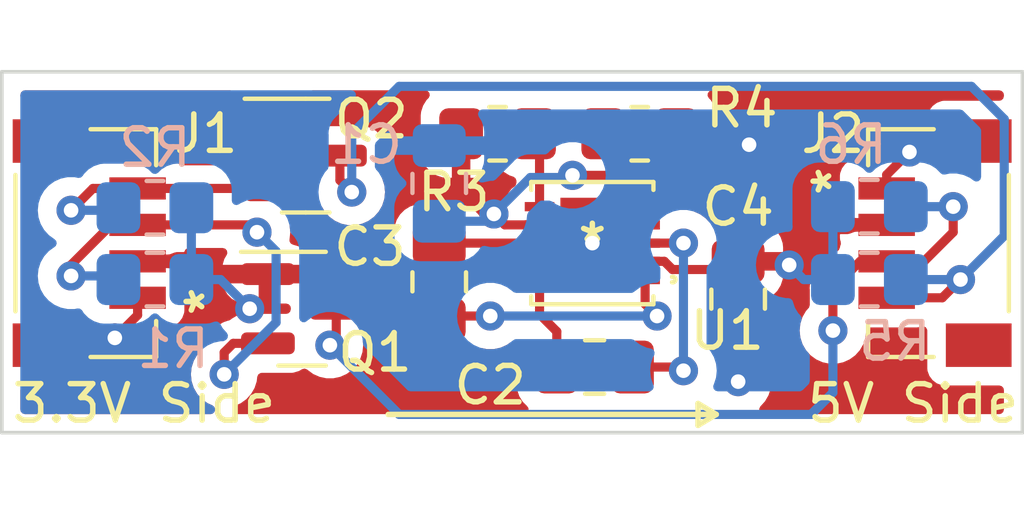
<source format=kicad_pcb>
(kicad_pcb (version 20211014) (generator pcbnew)
  (title_block (title "QWIIC 5V Shifter") (date "2023-01-31") (rev "1.0") (company "Gavin Hurlbut"))
  (layers (0 "F.Cu" signal) (31 "B.Cu" signal) (34 "B.Paste" user) (35 "F.Paste" user) (36 "B.SilkS" user "B.Silkscreen") (37 "F.SilkS" user "F.Silkscreen") (38 "B.Mask" user) (39 "F.Mask" user) (44 "Edge.Cuts" user))
  (net 0 "")
  (net 1 "+3V3")
  (net 2 "GND")
  (net 3 "Net-(C2-Pad1)")
  (net 4 "Net-(C2-Pad2)")
  (net 5 "Net-(C3-Pad1)")
  (net 6 "Net-(C3-Pad2)")
  (net 7 "+5V")
  (net 8 "SDA3V")
  (net 9 "SCL3V")
  (net 10 "SDA5V")
  (net 11 "SCL5V")
  (net 12 "Net-(R3-Pad2)")
  (footprint "Capacitor_SMD:C_0805_2012Metric_Pad1.18x1.45mm_HandSolder" (layer "F.Cu") (at 140.2 85.2375 -90)
    (fp_text reference "C4" (at -2.5375 0 180) (layer "F.SilkS"))
    (fp_text value "10uF")
    (fp_line (start -0.261252 0.735) (end 0.261252 0.735) (layer "F.SilkS") (width 0.12))
    (fp_line (start -0.261252 -0.735) (end 0.261252 -0.735) (layer "F.SilkS") (width 0.12))
    (pad "1" smd roundrect (at -1.0375 0 270) (size 1.175 1.45) (layers "F.Cu" "F.Paste" "F.Mask") (roundrect_rratio 0.2127659574) (net 7 "+5V"))
    (pad "2" smd roundrect (at 1.0375 0 270) (size 1.175 1.45) (layers "F.Cu" "F.Paste" "F.Mask") (roundrect_rratio 0.2127659574) (net 2 "GND"))
  )
  (footprint "Package_TO_SOT_SMD:SOT-23" (layer "F.Cu") (at 128.2375 85.5)
    (fp_text reference "Q1" (at 2 1.2) (layer "F.SilkS"))
    (fp_text value "2N7002")
    (fp_line (start 0 1.56) (end -0.65 1.56) (layer "F.SilkS") (width 0.12))
    (fp_line (start 0 1.56) (end 0.65 1.56) (layer "F.SilkS") (width 0.12))
    (fp_line (start 0 -1.56) (end 0.65 -1.56) (layer "F.SilkS") (width 0.12))
    (fp_line (start 0 -1.56) (end -1.675 -1.56) (layer "F.SilkS") (width 0.12))
    (pad "1" smd roundrect (at -0.9375 -0.95) (size 1.475 0.6) (layers "F.Cu" "F.Paste" "F.Mask") (net 1 "+3V3"))
    (pad "2" smd roundrect (at -0.9375 0.95) (size 1.475 0.6) (layers "F.Cu" "F.Paste" "F.Mask") (net 8 "SDA3V"))
    (pad "3" smd roundrect (at 0.9375 0) (size 1.475 0.6) (layers "F.Cu" "F.Paste" "F.Mask") (net 10 "SDA5V"))
  )
  (footprint "Package_TO_SOT_SMD:SOT-23" (layer "F.Cu") (at 128.3375 81.3)
    (fp_text reference "Q2" (at 1.8 -1) (layer "F.SilkS"))
    (fp_text value "2N7002")
    (fp_line (start 0 -1.56) (end 0.65 -1.56) (layer "F.SilkS") (width 0.12))
    (fp_line (start 0 -1.56) (end -1.675 -1.56) (layer "F.SilkS") (width 0.12))
    (fp_line (start 0 1.56) (end 0.65 1.56) (layer "F.SilkS") (width 0.12))
    (fp_line (start 0 1.56) (end -0.65 1.56) (layer "F.SilkS") (width 0.12))
    (pad "1" smd roundrect (at -0.9375 -0.95) (size 1.475 0.6) (layers "F.Cu" "F.Paste" "F.Mask") (net 1 "+3V3"))
    (pad "2" smd roundrect (at -0.9375 0.95) (size 1.475 0.6) (layers "F.Cu" "F.Paste" "F.Mask") (net 9 "SCL3V"))
    (pad "3" smd roundrect (at 0.9375 0) (size 1.475 0.6) (layers "F.Cu" "F.Paste" "F.Mask") (net 11 "SCL5V"))
  )
  (footprint "Capacitor_SMD:C_0805_2012Metric_Pad1.18x1.45mm_HandSolder" (layer "F.Cu") (at 136.2625 87.1)
    (fp_text reference "C2" (at -2.8625 0.5) (layer "F.SilkS"))
    (fp_text value "2.2uF")
    (fp_line (start -0.261252 -0.735) (end 0.261252 -0.735) (layer "F.SilkS") (width 0.12))
    (fp_line (start -0.261252 0.735) (end 0.261252 0.735) (layer "F.SilkS") (width 0.12))
    (pad "1" smd roundrect (at -1.0375 0) (size 1.175 1.45) (layers "F.Cu" "F.Paste" "F.Mask") (roundrect_rratio 0.2127659574) (net 3 "Net-(C2-Pad1)"))
    (pad "2" smd roundrect (at 1.0375 0) (size 1.175 1.45) (layers "F.Cu" "F.Paste" "F.Mask") (roundrect_rratio 0.2127659574) (net 4 "Net-(C2-Pad2)"))
  )
  (footprint "Beirdo:QWIIC Connector" (layer "F.Cu") (at 145.696601 83.699999 -90)
    (fp_text reference "J2" (at -2.999999 2.896601 180) (layer "F.SilkS"))
    (fp_text value "QWIIC Connector")
    (fp_text user "*" (at -1.699999 2.896601 90) (layer "F.SilkS"))
    (fp_line (start 1.870359 -1.9304) (end -1.870359 -1.9304) (layer "F.SilkS") (width 0.12))
    (fp_line (start 2.13754 1.9304) (end 3.1242 1.9304) (layer "F.SilkS") (width 0.12))
    (fp_line (start 3.1242 1.9304) (end 3.1242 0.131041) (layer "F.SilkS") (width 0.12))
    (fp_line (start -3.1242 1.9304) (end -2.13754 1.9304) (layer "F.SilkS") (width 0.12))
    (fp_line (start -3.1242 0.131041) (end -3.1242 1.9304) (layer "F.SilkS") (width 0.12))
    (pad "1" smd rect (at -1.5 1.4216 270) (size 0.6096 1.5494) (layers "F.Cu" "F.Paste" "F.Mask") (net 2 "GND"))
    (pad "2" smd rect (at -0.499999 1.4216 270) (size 0.6096 1.5494) (layers "F.Cu" "F.Paste" "F.Mask") (net 7 "+5V"))
    (pad "3" smd rect (at 0.499999 1.4216 270) (size 0.6096 1.5494) (layers "F.Cu" "F.Paste" "F.Mask") (net 10 "SDA5V"))
    (pad "4" smd rect (at 1.5 1.4216 270) (size 0.6096 1.5494) (layers "F.Cu" "F.Paste" "F.Mask") (net 11 "SCL5V"))
    (pad "5" smd rect (at -2.799999 -1.103399 270) (size 1.1938 1.8034) (layers "F.Cu" "F.Paste" "F.Mask"))
    (pad "6" smd rect (at 2.799999 -1.103399 270) (size 1.1938 1.8034) (layers "F.Cu" "F.Paste" "F.Mask"))
  )
  (footprint "Beirdo:QWIIC Connector" (layer "F.Cu") (at 122.303399 83.699999 90)
    (fp_text reference "J1" (at 2.999999 3.296601 180) (layer "F.SilkS"))
    (fp_text value "QWIIC Connector")
    (fp_text user "*" (at -1.600001 3.296601 90) (layer "F.SilkS"))
    (fp_line (start 2.13754 1.9304) (end 3.1242 1.9304) (layer "F.SilkS") (width 0.12))
    (fp_line (start 3.1242 1.9304) (end 3.1242 0.131041) (layer "F.SilkS") (width 0.12))
    (fp_line (start 1.870359 -1.9304) (end -1.870359 -1.9304) (layer "F.SilkS") (width 0.12))
    (fp_line (start -3.1242 1.9304) (end -2.13754 1.9304) (layer "F.SilkS") (width 0.12))
    (fp_line (start -3.1242 0.131041) (end -3.1242 1.9304) (layer "F.SilkS") (width 0.12))
    (pad "1" smd rect (at -1.5 1.4216 90) (size 0.6096 1.5494) (layers "F.Cu" "F.Paste" "F.Mask") (net 2 "GND"))
    (pad "2" smd rect (at -0.499999 1.4216 90) (size 0.6096 1.5494) (layers "F.Cu" "F.Paste" "F.Mask") (net 1 "+3V3"))
    (pad "3" smd rect (at 0.499999 1.4216 90) (size 0.6096 1.5494) (layers "F.Cu" "F.Paste" "F.Mask") (net 8 "SDA3V"))
    (pad "4" smd rect (at 1.5 1.4216 90) (size 0.6096 1.5494) (layers "F.Cu" "F.Paste" "F.Mask") (net 9 "SCL3V"))
    (pad "5" smd rect (at -2.799999 -1.103399 90) (size 1.1938 1.8034) (layers "F.Cu" "F.Paste" "F.Mask"))
    (pad "6" smd rect (at 2.799999 -1.103399 90) (size 1.1938 1.8034) (layers "F.Cu" "F.Paste" "F.Mask"))
  )
  (footprint "Capacitor_SMD:C_0805_2012Metric_Pad1.18x1.45mm_HandSolder" (layer "F.Cu") (at 132 84.7625 90)
    (fp_text reference "C3" (at 0.9625 -1.9 180) (layer "F.SilkS"))
    (fp_text value "2.2uF")
    (fp_line (start -0.261252 -0.735) (end 0.261252 -0.735) (layer "F.SilkS") (width 0.12))
    (fp_line (start -0.261252 0.735) (end 0.261252 0.735) (layer "F.SilkS") (width 0.12))
    (pad "1" smd roundrect (at -1.0375 0 90) (size 1.175 1.45) (layers "F.Cu" "F.Paste" "F.Mask") (roundrect_rratio 0.2127659574) (net 5 "Net-(C3-Pad1)"))
    (pad "2" smd roundrect (at 1.0375 0 90) (size 1.175 1.45) (layers "F.Cu" "F.Paste" "F.Mask") (roundrect_rratio 0.2127659574) (net 6 "Net-(C3-Pad2)"))
  )
  (footprint "Resistor_SMD:R_0805_2012Metric_Pad1.20x1.40mm_HandSolder" (layer "F.Cu") (at 133.6 80.7)
    (fp_text reference "R3" (at -1.2 1.6) (layer "F.SilkS"))
    (fp_text value "357k 1%")
    (fp_line (start -0.227064 0.735) (end 0.227064 0.735) (layer "F.SilkS") (width 0.12))
    (fp_line (start -0.227064 -0.735) (end 0.227064 -0.735) (layer "F.SilkS") (width 0.12))
    (pad "1" smd roundrect (at -1 0) (size 1.2 1.4) (layers "F.Cu" "F.Paste" "F.Mask") (roundrect_rratio 0.2083333333) (net 1 "+3V3"))
    (pad "2" smd roundrect (at 1 0) (size 1.2 1.4) (layers "F.Cu" "F.Paste" "F.Mask") (roundrect_rratio 0.2083333333) (net 12 "Net-(R3-Pad2)"))
  )
  (footprint "Resistor_SMD:R_0805_2012Metric_Pad1.20x1.40mm_HandSolder" (layer "F.Cu") (at 137.5 80.7 180)
    (fp_text reference "R4" (at -2.8 0.7) (layer "F.SilkS"))
    (fp_text value "100k 1%")
    (fp_line (start -0.227064 -0.735) (end 0.227064 -0.735) (layer "F.SilkS") (width 0.12))
    (fp_line (start -0.227064 0.735) (end 0.227064 0.735) (layer "F.SilkS") (width 0.12))
    (pad "1" smd roundrect (at -1 0 180) (size 1.2 1.4) (layers "F.Cu" "F.Paste" "F.Mask") (roundrect_rratio 0.2083333333) (net 2 "GND"))
    (pad "2" smd roundrect (at 1 0 180) (size 1.2 1.4) (layers "F.Cu" "F.Paste" "F.Mask") (roundrect_rratio 0.2083333333) (net 12 "Net-(R3-Pad2)"))
  )
  (footprint "UltraLibrarian:LTC3203BEDD-PBF" (layer "F.Cu") (at 136.2 83.7 180)
    (fp_text reference "U1" (at -3.7 -2.4) (layer "F.SilkS"))
    (fp_text value "LTC3203BEDD-PBF")
    (fp_text user "*" (at 0 0) (layer "F.SilkS"))
    (fp_line (start -1.6764 -1.6764) (end -1.6764 -1.459741) (layer "F.SilkS") (width 0.12))
    (fp_line (start 1.6764 -1.459741) (end 1.6764 -1.6764) (layer "F.SilkS") (width 0.12))
    (fp_line (start -1.6764 1.459741) (end -1.6764 1.6764) (layer "F.SilkS") (width 0.12))
    (fp_line (start 1.6764 -1.6764) (end -1.6764 -1.6764) (layer "F.SilkS") (width 0.12))
    (fp_line (start 1.6764 1.6764) (end 1.6764 1.459741) (layer "F.SilkS") (width 0.12))
    (fp_line (start -1.6764 1.6764) (end 1.6764 1.6764) (layer "F.SilkS") (width 0.12))
    (fp_arc (start -2.18694 -0.926171) (mid -2.282 -1) (end -2.18694 -1.073829) (layer "F.SilkS") (width 0.12))
    (pad "1" smd rect locked (at -1.4478 -1.000001 180) (size 0.8128 0.254) (layers "F.Cu" "F.Paste" "F.Mask") (net 5 "Net-(C3-Pad1)"))
    (pad "2" smd rect locked (at -1.4478 -0.499999 180) (size 0.8128 0.254) (layers "F.Cu" "F.Paste" "F.Mask") (net 7 "+5V"))
    (pad "3" smd rect locked (at -1.4478 0 180) (size 0.8128 0.254) (layers "F.Cu" "F.Paste" "F.Mask") (net 4 "Net-(C2-Pad2)"))
    (pad "4" smd rect locked (at -1.4478 0.499999 180) (size 0.8128 0.254) (layers "F.Cu" "F.Paste" "F.Mask") (net 1 "+3V3"))
    (pad "5" smd rect locked (at -1.4478 1.000001 180) (size 0.8128 0.254) (layers "F.Cu" "F.Paste" "F.Mask") (net 1 "+3V3"))
    (pad "6" smd rect locked (at 1.4478 1.000001 180) (size 0.8128 0.254) (layers "F.Cu" "F.Paste" "F.Mask") (net 12 "Net-(R3-Pad2)"))
    (pad "7" smd rect locked (at 1.4478 0.499999 180) (size 0.8128 0.254) (layers "F.Cu" "F.Paste" "F.Mask") (net 1 "+3V3"))
    (pad "8" smd rect locked (at 1.4478 0 180) (size 0.8128 0.254) (layers "F.Cu" "F.Paste" "F.Mask") (net 6 "Net-(C3-Pad2)"))
    (pad "9" smd rect locked (at 1.4478 -0.499999 180) (size 0.8128 0.254) (layers "F.Cu" "F.Paste" "F.Mask") (net 2 "GND"))
    (pad "10" smd rect locked (at 1.4478 -1.000001 180) (size 0.8128 0.254) (layers "F.Cu" "F.Paste" "F.Mask") (net 3 "Net-(C2-Pad1)"))
    (pad "11" smd rect locked (at 0 0 180) (size 1.7526 2.4892) (layers "F.Cu" "F.Paste" "F.Mask") (net 2 "GND"))
  )
  (footprint "Capacitor_SMD:C_0805_2012Metric_Pad1.18x1.45mm_HandSolder" (layer "B.Cu") (at 132 82.0625 90)
    (fp_text reference "C1" (at 1.0625 -2) (layer "B.SilkS") (effects (justify mirror)))
    (fp_text value "2.2uF")
    (fp_line (start -0.261252 0.735) (end 0.261252 0.735) (layer "B.SilkS") (width 0.12))
    (fp_line (start -0.261252 -0.735) (end 0.261252 -0.735) (layer "B.SilkS") (width 0.12))
    (pad "1" smd roundrect (at -1.0375 0 90) (size 1.175 1.45) (layers "B.Cu" "B.Paste" "B.Mask") (roundrect_rratio 0.2127659574) (net 1 "+3V3"))
    (pad "2" smd roundrect (at 1.0375 0 90) (size 1.175 1.45) (layers "B.Cu" "B.Paste" "B.Mask") (roundrect_rratio 0.2127659574) (net 2 "GND"))
  )
  (footprint "Resistor_SMD:R_0805_2012Metric_Pad1.20x1.40mm_HandSolder" (layer "B.Cu") (at 124.2 82.73 180)
    (fp_text reference "R2" (at 0 1.65) (layer "B.SilkS") (effects (justify mirror)))
    (fp_text value "10k")
    (fp_line (start -0.227064 -0.735) (end 0.227064 -0.735) (layer "B.SilkS") (width 0.12))
    (fp_line (start -0.227064 0.735) (end 0.227064 0.735) (layer "B.SilkS") (width 0.12))
    (pad "1" smd roundrect (at -1 0 180) (size 1.2 1.4) (layers "B.Cu" "B.Paste" "B.Mask") (roundrect_rratio 0.2083333333) (net 1 "+3V3"))
    (pad "2" smd roundrect (at 1 0 180) (size 1.2 1.4) (layers "B.Cu" "B.Paste" "B.Mask") (roundrect_rratio 0.2083333333) (net 9 "SCL3V"))
  )
  (footprint "Resistor_SMD:R_0805_2012Metric_Pad1.20x1.40mm_HandSolder" (layer "B.Cu") (at 124.2 84.7 180)
    (fp_text reference "R1" (at -0.5 -1.9) (layer "B.SilkS") (effects (justify mirror)))
    (fp_text value "10k")
    (fp_line (start -0.227064 0.735) (end 0.227064 0.735) (layer "B.SilkS") (width 0.12))
    (fp_line (start -0.227064 -0.735) (end 0.227064 -0.735) (layer "B.SilkS") (width 0.12))
    (pad "1" smd roundrect (at -1 0 180) (size 1.2 1.4) (layers "B.Cu" "B.Paste" "B.Mask") (roundrect_rratio 0.2083333333) (net 1 "+3V3"))
    (pad "2" smd roundrect (at 1 0 180) (size 1.2 1.4) (layers "B.Cu" "B.Paste" "B.Mask") (roundrect_rratio 0.2083333333) (net 8 "SDA3V"))
  )
  (footprint "Resistor_SMD:R_0805_2012Metric_Pad1.20x1.40mm_HandSolder" (layer "B.Cu") (at 143.8 82.7)
    (fp_text reference "R6" (at -0.5 -1.7) (layer "B.SilkS") (effects (justify mirror)))
    (fp_text value "10k")
    (fp_line (start -0.227064 0.735) (end 0.227064 0.735) (layer "B.SilkS") (width 0.12))
    (fp_line (start -0.227064 -0.735) (end 0.227064 -0.735) (layer "B.SilkS") (width 0.12))
    (pad "1" smd roundrect (at -1 0) (size 1.2 1.4) (layers "B.Cu" "B.Paste" "B.Mask") (roundrect_rratio 0.2083333333) (net 7 "+5V"))
    (pad "2" smd roundrect (at 1 0) (size 1.2 1.4) (layers "B.Cu" "B.Paste" "B.Mask") (roundrect_rratio 0.2083333333) (net 10 "SDA5V"))
  )
  (footprint "Resistor_SMD:R_0805_2012Metric_Pad1.20x1.40mm_HandSolder" (layer "B.Cu") (at 143.8 84.7)
    (fp_text reference "R5" (at 0.7 1.7) (layer "B.SilkS") (effects (justify mirror)))
    (fp_text value "10k")
    (fp_line (start -0.227064 -0.735) (end 0.227064 -0.735) (layer "B.SilkS") (width 0.12))
    (fp_line (start -0.227064 0.735) (end 0.227064 0.735) (layer "B.SilkS") (width 0.12))
    (pad "1" smd roundrect (at -1 0) (size 1.2 1.4) (layers "B.Cu" "B.Paste" "B.Mask") (roundrect_rratio 0.2083333333) (net 7 "+5V"))
    (pad "2" smd roundrect (at 1 0) (size 1.2 1.4) (layers "B.Cu" "B.Paste" "B.Mask") (roundrect_rratio 0.2083333333) (net 11 "SCL5V"))
  )
  (gr_line (start 130.6 88.4) (end 139.6 88.4) (layer "F.SilkS") (width 0.15))
  (gr_line (start 139.1 88.7) (end 139.6 88.4) (layer "F.SilkS") (width 0.15))
  (gr_line (start 139.1 88.1) (end 139.1 88.7) (layer "F.SilkS") (width 0.15))
  (gr_line (start 139.6 88.4) (end 139.1 88.1) (layer "F.SilkS") (width 0.15))
  (gr_line (start 148 88.9) (end 148 79) (layer "Edge.Cuts") (width 0.1))
  (gr_line (start 120 79) (end 120 88.9) (layer "Edge.Cuts") (width 0.1))
  (gr_line (start 148 79) (end 120 79) (layer "Edge.Cuts") (width 0.1))
  (gr_line (start 120 88.9) (end 148 88.9) (layer "Edge.Cuts") (width 0.1))
  (gr_text "3.3V Side" (at 123.9 88.1) (layer "F.SilkS") (effects (font (size 1 1))))
  (gr_text "5V Side" (at 145 88.1) (layer "F.SilkS") (effects (font (size 1 1))))
  (segment (start 137.6478 82.2478) (end 137.6478 82.699999) (width 0.25) (layer "F.Cu") (net 1))
  (segment (start 137.6478 83.200001) (end 137.6478 82.699999) (width 0.25) (layer "F.Cu") (net 1))
  (segment locked (start 134.7522 83.200001) (end 133.800001 83.200001) (width 0.25) (layer "F.Cu") (net 1))
  (segment (start 135.655924 81.841043) (end 137.241043 81.841043) (width 0.25) (layer "F.Cu") (net 1))
  (segment (start 137.241043 81.841043) (end 137.6478 82.2478) (width 0.25) (layer "F.Cu") (net 1))
  (segment locked (start 133.800001 83.200001) (end 133.5 82.9) (width 0.25) (layer "F.Cu") (net 1))
  (via (at 135.655924 81.841043) (size 0.8) (drill 0.4) (layers "F.Cu" "B.Cu") (net 1))
  (via (at 126.8 85.5) (size 0.8) (drill 0.4) (layers "F.Cu" "B.Cu") (net 1))
  (via (at 133.5 82.9) (size 0.8) (drill 0.4) (layers "F.Cu" "B.Cu") (net 1))
  (segment (start 133.3 83.1) (end 133.5 82.9) (width 0.25) (layer "B.Cu") (net 1))
  (segment (start 126 84.7) (end 126.8 85.5) (width 0.25) (layer "B.Cu") (net 1))
  (segment (start 132 83.1) (end 133.3 83.1) (width 0.25) (layer "B.Cu") (net 1))
  (segment (start 125.2 84.7) (end 126 84.7) (width 0.25) (layer "B.Cu") (net 1))
  (segment (start 135.655924 81.841043) (end 135.596967 81.9) (width 0.25) (layer "B.Cu") (net 1))
  (segment (start 134.5 81.9) (end 133.5 82.9) (width 0.25) (layer "B.Cu") (net 1))
  (segment (start 135.596967 81.9) (end 134.5 81.9) (width 0.25) (layer "B.Cu") (net 1))
  (segment (start 125.2 82.73) (end 125.2 84.7) (width 0.25) (layer "B.Cu") (net 1))
  (segment (start 140.2 87.5) (end 140.2 86.275) (width 0.25) (layer "F.Cu") (net 2))
  (segment (start 123.724999 85.675001) (end 123.1 86.3) (width 0.25) (layer "F.Cu") (net 2))
  (segment (start 135.700001 84.199999) (end 136.2 83.7) (width 0.25) (layer "F.Cu") (net 2))
  (segment (start 140.2 80.7) (end 138.5 80.7) (width 0.25) (layer "F.Cu") (net 2))
  (segment (start 123.724999 85.199999) (end 123.724999 85.675001) (width 0.25) (layer "F.Cu") (net 2))
  (segment (start 144.275001 81.824999) (end 144.9 81.2) (width 0.25) (layer "F.Cu") (net 2))
  (segment (start 140.5 81) (end 140.2 80.7) (width 0.25) (layer "F.Cu") (net 2))
  (segment (start 144.275001 82.199999) (end 144.275001 81.824999) (width 0.25) (layer "F.Cu") (net 2))
  (segment (start 134.7522 84.199999) (end 135.700001 84.199999) (width 0.25) (layer "F.Cu") (net 2))
  (via (at 144.9 81.2) (size 0.8) (drill 0.4) (layers "F.Cu" "B.Cu") (net 2))
  (via (at 123.1 86.3) (size 0.8) (drill 0.4) (layers "F.Cu" "B.Cu") (net 2))
  (via (at 140.2 87.5) (size 0.8) (drill 0.4) (layers "F.Cu" "B.Cu") (net 2))
  (via (at 136.2 83.7) (size 0.8) (drill 0.4) (layers "F.Cu" "B.Cu") (net 2))
  (via (at 140.5 81) (size 0.8) (drill 0.4) (layers "F.Cu" "B.Cu") (net 2))
  (segment (start 135.225 86.125) (end 135.225 87.1) (width 0.25) (layer "F.Cu") (net 3))
  (segment (start 134.7522 84.700001) (end 134.7522 85.6522) (width 0.25) (layer "F.Cu") (net 3))
  (segment (start 134.7522 85.6522) (end 135.225 86.125) (width 0.25) (layer "F.Cu") (net 3))
  (segment (start 137.6478 83.7) (end 138.7 83.7) (width 0.25) (layer "F.Cu") (net 4))
  (segment (start 137.3 87.1) (end 138.6 87.1) (width 0.25) (layer "F.Cu") (net 4))
  (segment (start 138.6 87.1) (end 138.7 87.2) (width 0.25) (layer "F.Cu") (net 4))
  (via (at 138.7 87.2) (size 0.8) (drill 0.4) (layers "F.Cu" "B.Cu") (net 4))
  (via (at 138.7 83.7) (size 0.8) (drill 0.4) (layers "F.Cu" "B.Cu") (net 4))
  (segment (start 138.7 83.7) (end 138.7 87.2) (width 0.25) (layer "B.Cu") (net 4))
  (segment (start 137.6478 85.3723) (end 137.9755 85.7) (width 0.25) (layer "F.Cu") (net 5))
  (segment (start 133.4 85.7) (end 132.1 85.7) (width 0.25) (layer "F.Cu") (net 5))
  (segment (start 132.1 85.7) (end 132 85.8) (width 0.25) (layer "F.Cu") (net 5))
  (segment (start 137.6478 84.700001) (end 137.6478 85.3723) (width 0.25) (layer "F.Cu") (net 5))
  (via (at 137.9755 85.7) (size 0.8) (drill 0.4) (layers "F.Cu" "B.Cu") (net 5))
  (via (at 133.4 85.7) (size 0.8) (drill 0.4) (layers "F.Cu" "B.Cu") (net 5))
  (segment (start 137.9755 85.7) (end 133.4 85.7) (width 0.25) (layer "B.Cu") (net 5))
  (segment (start 134.7522 83.7) (end 132.025 83.7) (width 0.25) (layer "F.Cu") (net 6))
  (segment (start 132.025 83.7) (end 132 83.725) (width 0.25) (layer "F.Cu") (net 6))
  (segment (start 140.3 84.3) (end 140.2 84.2) (width 0.25) (layer "F.Cu") (net 7))
  (segment (start 138.399897 84.424511) (end 139.975489 84.424511) (width 0.25) (layer "F.Cu") (net 7))
  (segment (start 138.175385 84.199999) (end 138.399897 84.424511) (width 0.25) (layer "F.Cu") (net 7))
  (segment (start 137.6478 84.199999) (end 138.175385 84.199999) (width 0.25) (layer "F.Cu") (net 7))
  (segment (start 139.975489 84.424511) (end 140.2 84.2) (width 0.25) (layer "F.Cu") (net 7))
  (via (at 141.6 84.3) (size 0.8) (drill 0.4) (layers "F.Cu" "B.Cu") (net 7))
  (segment (start 142.8 84.7) (end 142 84.7) (width 0.25) (layer "B.Cu") (net 7))
  (segment (start 142.8 84.7) (end 142.8 82.7) (width 0.25) (layer "B.Cu") (net 7))
  (segment (start 142 84.7) (end 141.6 84.3) (width 0.25) (layer "B.Cu") (net 7))
  (segment (start 123.724999 83.2) (end 122.996475 83.2) (width 0.25) (layer "F.Cu") (net 8))
  (segment (start 123.724999 83.2) (end 126.8 83.2) (width 0.25) (layer "F.Cu") (net 8))
  (segment (start 126.35 86.45) (end 127.3 86.45) (width 0.25) (layer "F.Cu") (net 8))
  (segment (start 126.1 86.7) (end 126.35 86.45) (width 0.25) (layer "F.Cu") (net 8))
  (segment (start 121.9 84.296475) (end 121.9 84.6) (width 0.25) (layer "F.Cu") (net 8))
  (segment (start 126.1 87.3) (end 126.1 86.7) (width 0.25) (layer "F.Cu") (net 8))
  (segment (start 122.996475 83.2) (end 121.9 84.296475) (width 0.25) (layer "F.Cu") (net 8))
  (segment (start 126.8 83.2) (end 127 83.4) (width 0.25) (layer "F.Cu") (net 8))
  (via (at 127 83.4) (size 0.8) (drill 0.4) (layers "F.Cu" "B.Cu") (net 8))
  (via (at 121.9 84.6) (size 0.8) (drill 0.4) (layers "F.Cu" "B.Cu") (net 8))
  (via (at 126.1 87.3) (size 0.8) (drill 0.4) (layers "F.Cu" "B.Cu") (net 8))
  (segment (start 127 83.4) (end 127.524511 83.924511) (width 0.25) (layer "B.Cu") (net 8))
  (segment (start 121.9 84.6) (end 123.1 84.6) (width 0.25) (layer "B.Cu") (net 8))
  (segment (start 123.1 84.6) (end 123.2 84.7) (width 0.25) (layer "B.Cu") (net 8))
  (segment (start 127.524511 85.875489) (end 126.1 87.3) (width 0.25) (layer "B.Cu") (net 8))
  (segment (start 127.524511 83.924511) (end 127.524511 85.875489) (width 0.25) (layer "B.Cu") (net 8))
  (segment (start 123.724999 82.199999) (end 127.349999 82.199999) (width 0.25) (layer "F.Cu") (net 9))
  (segment (start 123.724999 82.199999) (end 122.500001 82.199999) (width 0.25) (layer "F.Cu") (net 9))
  (segment (start 127.349999 82.199999) (end 127.4 82.25) (width 0.25) (layer "F.Cu") (net 9))
  (segment (start 122.500001 82.199999) (end 121.9 82.8) (width 0.25) (layer "F.Cu") (net 9))
  (via (at 121.9 82.8) (size 0.8) (drill 0.4) (layers "F.Cu" "B.Cu") (net 9))
  (segment (start 123.13 82.8) (end 123.2 82.73) (width 0.25) (layer "B.Cu") (net 9))
  (segment (start 121.9 82.8) (end 123.13 82.8) (width 0.25) (layer "B.Cu") (net 9))
  (segment (start 129.175 86.325) (end 129 86.5) (width 0.25) (layer "F.Cu") (net 10))
  (segment (start 142.8 84.946478) (end 143.54648 84.199998) (width 0.25) (layer "F.Cu") (net 10))
  (segment (start 146.1 83.399699) (end 146.1 82.7) (width 0.25) (layer "F.Cu") (net 10))
  (segment (start 143.54648 84.199998) (end 144.275001 84.199998) (width 0.25) (layer "F.Cu") (net 10))
  (segment (start 144.275001 84.199998) (end 145.299701 84.199998) (width 0.25) (layer "F.Cu") (net 10))
  (segment (start 129.175 85.5) (end 129.175 86.325) (width 0.25) (layer "F.Cu") (net 10))
  (segment (start 145.299701 84.199998) (end 146.1 83.399699) (width 0.25) (layer "F.Cu") (net 10))
  (segment (start 142.8 86.1) (end 142.8 84.946478) (width 0.25) (layer "F.Cu") (net 10))
  (via (at 142.8 86.1) (size 0.8) (drill 0.4) (layers "F.Cu" "B.Cu") (net 10))
  (via (at 129 86.5) (size 0.8) (drill 0.4) (layers "F.Cu" "B.Cu") (net 10))
  (via (at 146.1 82.7) (size 0.8) (drill 0.4) (layers "F.Cu" "B.Cu") (net 10))
  (segment (start 130.9 88.4) (end 142.2 88.4) (width 0.25) (layer "B.Cu") (net 10))
  (segment (start 142.8 87.8) (end 142.8 86.1) (width 0.25) (layer "B.Cu") (net 10))
  (segment (start 129 86.5) (end 130.9 88.4) (width 0.25) (layer "B.Cu") (net 10))
  (segment (start 142.2 88.4) (end 142.8 87.8) (width 0.25) (layer "B.Cu") (net 10))
  (segment (start 146.1 82.7) (end 144.8 82.7) (width 0.25) (layer "B.Cu") (net 10))
  (segment (start 145.800001 85.199999) (end 146.3 84.7) (width 0.25) (layer "F.Cu") (net 11))
  (segment (start 144.275001 85.199999) (end 145.800001 85.199999) (width 0.25) (layer "F.Cu") (net 11))
  (segment (start 129.275 81.3) (end 129.275 81.975) (width 0.25) (layer "F.Cu") (net 11))
  (segment (start 129.275 81.975) (end 129.6 82.3) (width 0.25) (layer "F.Cu") (net 11))
  (via (at 129.6 82.3) (size 0.8) (drill 0.4) (layers "F.Cu" "B.Cu") (net 11))
  (via (at 146.3 84.7) (size 0.8) (drill 0.4) (layers "F.Cu" "B.Cu") (net 11))
  (segment (start 129.6 82.3) (end 129.6 80.7) (width 0.25) (layer "B.Cu") (net 11))
  (segment (start 146.6 79.4) (end 147.5 80.3) (width 0.25) (layer "B.Cu") (net 11))
  (segment (start 147.5 80.3) (end 147.5 83.5) (width 0.25) (layer "B.Cu") (net 11))
  (segment (start 129.6 80.7) (end 130.9 79.4) (width 0.25) (layer "B.Cu") (net 11))
  (segment (start 147.5 83.5) (end 146.3 84.7) (width 0.25) (layer "B.Cu") (net 11))
  (segment (start 146.3 84.7) (end 144.8 84.7) (width 0.25) (layer "B.Cu") (net 11))
  (segment (start 130.9 79.4) (end 146.6 79.4) (width 0.25) (layer "B.Cu") (net 11))
  (segment (start 134.7522 82.699999) (end 134.7522 80.8522) (width 0.25) (layer "F.Cu") (net 12))
  (segment (start 134.7522 80.8522) (end 134.6 80.7) (width 0.25) (layer "F.Cu") (net 12))
  (segment (start 134.6 80.7) (end 136.5 80.7) (width 0.25) (layer "F.Cu") (net 12))
  (zone (net 1) (net_name "+3V3") (layer "F.Cu") (connect_pads (clearance 0.508)) (min_thickness 0.254) (fill yes (thermal_gap 0.508) (thermal_bridge_width 0.508))
    (polygon (pts (xy 138.6 88.9) (xy 120 88.8) (xy 120 79) (xy 138.7 79)))
  )
  (zone (net 7) (net_name "+5V") (layer "F.Cu") (connect_pads (clearance 0.508)) (min_thickness 0.254) (fill yes (thermal_gap 0.508) (thermal_bridge_width 0.508))
    (polygon (pts (xy 147.9 79.1) (xy 147.9 88.8) (xy 138.9 88.8) (xy 138.9 79)))
  )
  (zone (net 2) (net_name "GND") (layer "B.Cu") (connect_pads (clearance 0.508)) (min_thickness 0.254) (fill yes (thermal_gap 0.508) (thermal_bridge_width 0.508))
    (polygon (pts (xy 148 88.8) (xy 120 88.9) (xy 120 79) (xy 148 79)))
  )
)
</source>
